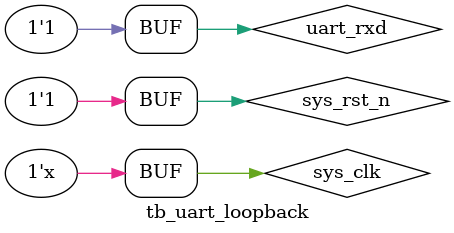
<source format=v>
`timescale  1ns/1ns   //·ÂÕæµÄµ¥Î»/·ÂÕæµÄ¾«¶È

module tb_uart_loopback();

//parameter define
parameter  CLK_PERIOD = 10;//Ê±ÖÓÖÜÆÚÎª10ns£¨Ä£Äâego1 100MHzÏµÍ³Ê±ÖÓ£©

//reg define
reg            sys_clk  ;  //Ê±ÖÓÐÅºÅ
reg            sys_rst_n;  //¸´Î»ÐÅºÅ
reg            uart_rxd ;  //UART½ÓÊÕ¶Ë¿Ú

//wire define
wire           uart_txd ;  //UART·¢ËÍ¶Ë¿Ú

//*****************************************************
//**                    main code
//*****************************************************

//·¢ËÍ8'h55  8'b0101_0101
initial begin
    sys_clk <= 1'b0;
    sys_rst_n <= 1'b0;
    uart_rxd <= 1'b1;
    #200
    sys_rst_n <= 1'b1;  
    #1000
    uart_rxd <= 1'b0;   //ÆðÊ¼Î»
    #8680
    uart_rxd <= 1'b1;   //D0
    #8680
    uart_rxd <= 1'b0;   //D1
    #8680
    uart_rxd <= 1'b1;   //D2
    #8680
    uart_rxd <= 1'b0;   //D3
    #8680
    uart_rxd <= 1'b1;   //D4
    #8680
    uart_rxd <= 1'b0;   //D5
    #8680
    uart_rxd <= 1'b1;   //D6
    #8680
    uart_rxd <= 1'b0;   //D7 
    #8680
    uart_rxd <= 1'b1;   //Í£Ö¹Î»
    #8680
    uart_rxd <= 1'b1;   //¿ÕÏÐ×´Ì¬   
end

//50MhzµÄÊ±ÖÓ£¬ÖÜÆÚÔòÎª1/50Mhz=20ns,ËùÒÔÃ¿10ns£¬µçÆ½È¡·´Ò»´Î
always #(CLK_PERIOD/2) sys_clk = ~sys_clk;

//Àý»¯¶¥²ãÄ£¿é
uart_loopback  u_uart_loopback(
    .sys_clk      (sys_clk  ), 
    .sys_rst_n    (sys_rst_n),
    .uart_rxd     (uart_rxd ),
    .uart_txd     (uart_txd )
    );

endmodule

</source>
